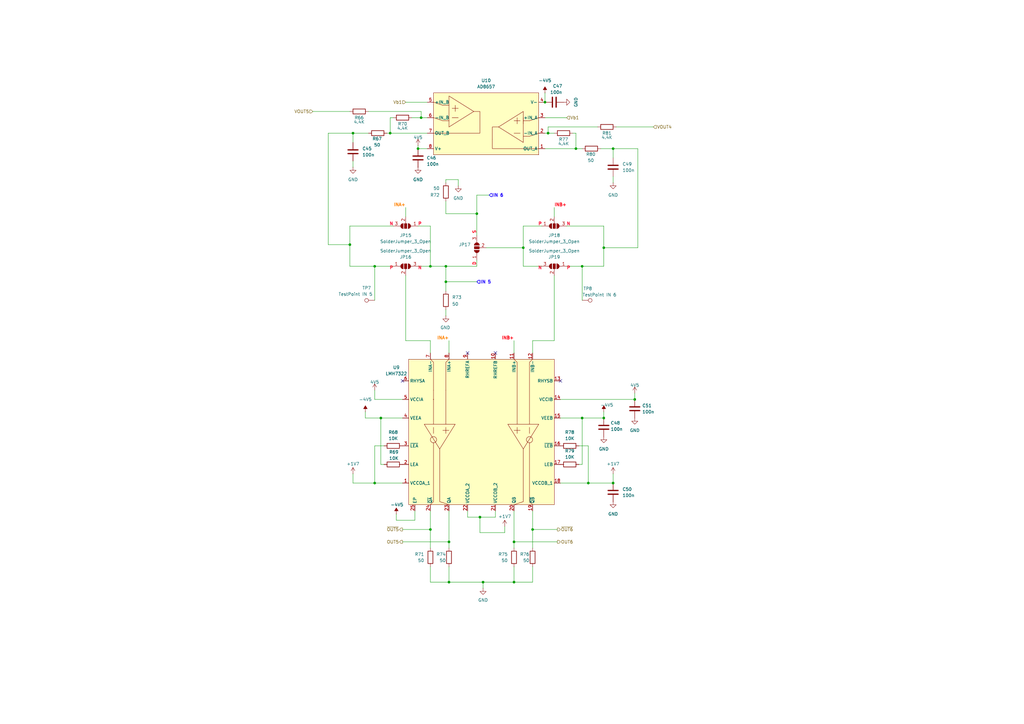
<source format=kicad_sch>
(kicad_sch (version 20231120) (generator "eeschema") (generator_version "8.0")
  (paper "A3")
  (lib_symbols
    (symbol "Connector:TestPoint" (pin_numbers hide) (pin_names (offset 0.762) hide)
      (property "Reference" "TP" (at 0 6.858 0))
      (property "Value" "TestPoint" (at 0 5.08 0))
      (symbol "TestPoint_0_1"
        (circle (center 0 3.302) (radius 0.762))
      )
      (symbol "TestPoint_1_1"
        (pin passive line (at 0 0 90) (length 2.54) (name "1") (number "1"))
      )
    )
    (symbol "Device:C" (pin_numbers hide) (pin_names (offset 0.254))
      (property "Reference" "C" (at 0.635 2.54 0))
      (property "Value" "C" (at 0.635 -2.54 0))
      (symbol "C_0_1"
        (polyline (pts (xy -2.032 -0.762) (xy 2.032 -0.762)) (stroke (width 0.508)))
        (polyline (pts (xy -2.032 0.762) (xy 2.032 0.762)) (stroke (width 0.508)))
      )
      (symbol "C_1_1"
        (pin passive line (at 0 3.81 270) (length 2.794) (name "~") (number "1"))
        (pin passive line (at 0 -3.81 90) (length 2.794) (name "~") (number "2"))
      )
    )
    (symbol "Device:R" (pin_numbers hide) (pin_names (offset 0))
      (property "Reference" "R" (at 2.032 0 90))
      (property "Value" "R" (at 0 0 90))
      (symbol "R_0_1"
        (rectangle (start -1.016 -2.54) (end 1.016 2.54) (stroke (width 0.254)))
      )
      (symbol "R_1_1"
        (pin passive line (at 0 3.81 270) (length 1.27) (name "~") (number "1"))
        (pin passive line (at 0 -3.81 90) (length 1.27) (name "~") (number "2"))
      )
    )
    (symbol "SolderJumper_3_Open_3" (pin_names (offset 0) hide) (exclude_from_sim yes) (in_bom no)
      (property "Reference" "JP" (at -2.54 -2.54 0))
      (property "Value" "SolderJumper_3_Open" (at 0 2.794 0))
      (symbol "SolderJumper_3_Open_3_0_1"
        (arc (start -1.016 1.016) (mid -2.0276 0) (end -1.016 -1.016))
        (arc (start -1.016 1.016) (mid -2.0276 0) (end -1.016 -1.016) (fill (type outline)))
        (rectangle (start -0.508 1.016) (end 0.508 -1.016) (fill (type outline)))
        (polyline (pts (xy -2.54 0) (xy -2.032 0)))
        (polyline (pts (xy -1.016 1.016) (xy -1.016 -1.016)))
        (polyline (pts (xy 0 -1.27) (xy 0 -1.016)))
        (polyline (pts (xy 1.016 1.016) (xy 1.016 -1.016)))
        (polyline (pts (xy 2.54 0) (xy 2.032 0)))
        (arc (start 1.016 -1.016) (mid 2.0276 0) (end 1.016 1.016))
        (arc (start 1.016 -1.016) (mid 2.0276 0) (end 1.016 1.016) (fill (type outline)))
      )
      (symbol "SolderJumper_3_Open_3_1_1"
        (pin passive line (at -5.08 0 0) (length 2.54) (name "A") (number "1"))
        (pin passive line (at 0 -3.81 90) (length 2.54) (name "C") (number "2"))
        (pin passive line (at 5.08 0 180) (length 2.54) (name "B") (number "3"))
      )
    )
    (symbol "power:+1V2" (power) (pin_numbers hide) (pin_names (offset 0) hide)
      (property "Value" "+1V2" (at 0 3.556 0))
      (symbol "+1V2_0_1"
        (polyline (pts (xy -0.762 1.27) (xy 0 2.54)))
        (polyline (pts (xy 0 0) (xy 0 2.54)))
        (polyline (pts (xy 0 2.54) (xy 0.762 1.27)))
      )
      (symbol "+1V2_1_1"
        (pin power_in line (at 0 0 90) (length 0) (name "~") (number "1"))
      )
    )
    (symbol "power:+8V" (power) (pin_numbers hide) (pin_names (offset 0) hide)
      (property "Value" "+8V" (at 0 3.556 0))
      (symbol "+8V_0_1"
        (polyline (pts (xy -0.762 1.27) (xy 0 2.54)))
        (polyline (pts (xy 0 0) (xy 0 2.54)))
        (polyline (pts (xy 0 2.54) (xy 0.762 1.27)))
      )
      (symbol "+8V_1_1"
        (pin power_in line (at 0 0 90) (length 0) (name "~") (number "1"))
      )
    )
    (symbol "power:-8V" (power) (pin_numbers hide) (pin_names (offset 0) hide)
      (property "Value" "-8V" (at 0 3.556 0))
      (symbol "-8V_0_0"
        (pin power_in line (at 0 0 90) (length 0) (name "~") (number "1"))
      )
      (symbol "-8V_0_1"
        (polyline (pts (xy 0 0) (xy 0 1.27) (xy 0.762 1.27) (xy 0 2.54) (xy -0.762 1.27) (xy 0 1.27)) (fill (type outline)))
      )
    )
    (symbol "power:GND" (power) (pin_numbers hide) (pin_names (offset 0) hide)
      (property "Value" "GND" (at 0 -3.81 0))
      (symbol "GND_0_1"
        (polyline (pts (xy 0 0) (xy 0 -1.27) (xy 1.27 -1.27) (xy 0 -2.54) (xy -1.27 -1.27) (xy 0 -1.27)))
      )
      (symbol "GND_1_1"
        (pin power_in line (at 0 0 270) (length 0) (name "~") (number "1"))
      )
    )
    (symbol "prova:AD8657"
      (property "Reference" "U" (at 9.906 3.556 0))
      (property "Value" "AD8657" (at 10.16 5.842 0))
      (symbol "AD8657_0_1"
        (polyline (pts (xy 12.7 17.78) (xy 12.7 20.32)))
        (polyline (pts (xy 13.97 19.05) (xy 16.51 19.05)))
        (polyline (pts (xy 13.97 24.13) (xy 16.51 24.13)))
        (polyline (pts (xy 15.24 20.32) (xy 15.24 17.78)))
        (polyline (pts (xy 16.51 19.05) (xy 16.51 19.05)))
        (polyline (pts (xy 36.83 17.78) (xy 36.83 17.78)))
        (polyline (pts (xy 39.37 13.97) (xy 41.91 13.97)))
        (polyline (pts (xy 39.37 17.78) (xy 41.91 17.78)))
        (polyline (pts (xy 40.64 15.24) (xy 40.64 12.7)))
      )
      (symbol "AD8657_1_1"
        (polyline (pts (xy 6.35 17.78) (xy 10.16 19.05)))
        (polyline (pts (xy 10.16 25.4) (xy 6.35 24.13)))
        (polyline (pts (xy 11.43 19.05) (xy 10.16 19.05)))
        (polyline (pts (xy 11.43 19.05) (xy 12.7 19.05)))
        (polyline (pts (xy 11.43 25.4) (xy 10.16 25.4)))
        (polyline (pts (xy 11.43 25.4) (xy 12.7 25.4)))
        (polyline (pts (xy 22.86 21.59) (xy 25.4 21.59) (xy 25.4 26.67)))
        (polyline (pts (xy 25.4 26.67) (xy 25.4 30.48) (xy 6.35 30.48)))
        (polyline (pts (xy 49.53 11.43) (xy 45.72 12.7) (xy 43.18 12.7)))
        (polyline (pts (xy 49.53 17.78) (xy 45.72 19.05) (xy 43.18 19.05)))
        (polyline (pts (xy 12.7 15.24) (xy 12.7 27.94) (xy 22.86 21.59) (xy 12.7 15.24)))
        (polyline (pts (xy 33.02 15.24) (xy 30.48 15.24) (xy 30.48 24.13) (xy 49.53 24.13)))
        (polyline (pts (xy 43.18 21.59) (xy 43.18 8.89) (xy 33.02 15.24) (xy 43.18 21.59)))
        (rectangle (start 6.35 33.02) (end 49.53 7.62) (fill (type background)))
        (pin output line (at 3.81 30.48 0) (length 2.54) (name "OUT_A") (number "1"))
        (pin input line (at 3.81 24.13 0) (length 2.54) (name "-IN_A") (number "2"))
        (pin input line (at 3.81 17.78 0) (length 2.54) (name "+IN_A") (number "3"))
        (pin input line (at 3.81 11.43 0) (length 2.54) (name "V-") (number "4"))
        (pin input line (at 52.07 11.43 180) (length 2.54) (name "+IN_B") (number "5"))
        (pin input line (at 52.07 17.78 180) (length 2.54) (name "-IN_B") (number "6"))
        (pin input line (at 52.07 24.13 180) (length 2.54) (name "OUT_B") (number "7"))
        (pin input line (at 52.07 30.48 180) (length 2.54) (name "V+") (number "8"))
      )
    )
    (symbol "prova:LMH7322"
      (property "Reference" "U" (at 11.684 8.89 0))
      (property "Value" "LMH7322" (at 20.32 16.51 0))
      (symbol "LMH7322_0_1"
        (circle (center -8.89 -5.08) (radius 0.0001))
        (circle (center -8.89 11.43) (radius 1.27))
        (polyline (pts (xy -8.89 -8.89) (xy -8.89 5.08)))
        (polyline (pts (xy -8.89 8.89) (xy -8.89 6.35)))
        (polyline (pts (xy -3.81 -8.89) (xy -3.81 5.08)))
        (polyline (pts (xy -3.81 8.89) (xy -3.81 6.35)))
        (polyline (pts (xy -2.54 7.62) (xy -5.08 7.62)))
        (polyline (pts (xy 25.4 8.89) (xy 25.4 6.35)))
        (polyline (pts (xy 26.67 7.62) (xy 24.13 7.62)))
        (polyline (pts (xy 30.48 -2.54) (xy 30.48 -2.54)))
        (polyline (pts (xy 30.48 8.89) (xy 30.48 6.35)))
        (polyline (pts (xy -8.89 -8.89) (xy -8.89 -20.32) (xy -10.16 -21.59)))
        (polyline (pts (xy -8.89 12.7) (xy -8.89 36.83) (xy -10.16 38.1)))
        (polyline (pts (xy -6.35 15.24) (xy -6.35 36.83) (xy -2.54 38.1)))
        (polyline (pts (xy -3.81 -8.89) (xy -3.81 -20.32) (xy -2.54 -21.59)))
        (polyline (pts (xy 27.94 15.24) (xy 27.94 36.83) (xy 24.13 38.1)))
        (polyline (pts (xy 30.48 12.7) (xy 30.48 36.83) (xy 31.75 38.1)))
        (circle (center 30.48 11.43) (radius 1.27))
      )
      (symbol "LMH7322_1_1"
        (rectangle (start -19.05 38.1) (end 40.64 -21.59) (fill (type background)))
        (polyline (pts (xy 0 5.08) (xy -12.7 5.08) (xy -6.35 15.24) (xy 0 5.08)))
        (polyline (pts (xy 24.13 -21.59) (xy 25.4 -20.32) (xy 25.4 -16.51) (xy 25.4 5.08)) (fill (type background)))
        (polyline (pts (xy 30.48 5.08) (xy 30.48 -16.51) (xy 30.48 -20.32) (xy 31.75 -21.59)) (fill (type background)))
        (polyline (pts (xy 34.29 5.08) (xy 21.59 5.08) (xy 27.94 15.24) (xy 34.29 5.08)) (fill (type background)))
        (pin input line (at -21.59 29.21 0) (length 2.54) (name "VCCOA_1") (number "1"))
        (pin input line (at 16.51 -24.13 90) (length 2.54) (name "RHREFB") (number "10"))
        (pin input line (at 24.13 -24.13 90) (length 2.54) (name "INB+") (number "11"))
        (pin input line (at 31.75 -24.13 90) (length 2.54) (name "INB-") (number "12"))
        (pin input line (at 43.18 -12.7 180) (length 2.54) (name "RHYSB") (number "13"))
        (pin input line (at 43.18 -5.08 180) (length 2.54) (name "VCCIB") (number "14"))
        (pin input line (at 43.18 2.54 180) (length 2.54) (name "VEEB") (number "15"))
        (pin input line (at 43.18 13.97 180) (length 2.54) (name "~{LEB}") (number "16"))
        (pin input line (at 43.18 21.59 180) (length 2.54) (name "LEB") (number "17"))
        (pin input line (at 43.18 29.21 180) (length 2.54) (name "VCCOB_1") (number "18"))
        (pin output line (at 31.75 40.64 270) (length 2.54) (name "~{QB}") (number "19"))
        (pin input line (at -21.59 21.59 0) (length 2.54) (name "LEA") (number "2"))
        (pin output line (at 24.13 40.64 270) (length 2.54) (name "QB") (number "20"))
        (pin input line (at 16.51 40.64 270) (length 2.54) (name "VCCOB_2") (number "21"))
        (pin input line (at 5.08 40.64 270) (length 2.54) (name "VCCOA_2") (number "22"))
        (pin output line (at -2.54 40.64 270) (length 2.54) (name "QA") (number "23"))
        (pin output line (at -10.16 40.64 270) (length 2.54) (name "~{QA}") (number "24"))
        (pin passive line (at -16.51 40.64 270) (length 2.54) (name "EP") (number "25"))
        (pin input line (at -21.59 13.97 0) (length 2.54) (name "~{LEA}") (number "3"))
        (pin input line (at -21.59 2.54 0) (length 2.54) (name "VEEA") (number "4"))
        (pin input line (at -21.59 -5.08 0) (length 2.54) (name "VCCIA") (number "5"))
        (pin input line (at -21.59 -12.7 0) (length 2.54) (name "RHYSA") (number "6"))
        (pin input line (at -10.16 -24.13 90) (length 2.54) (name "INA-") (number "7"))
        (pin input line (at -2.54 -24.13 90) (length 2.54) (name "INA+") (number "8"))
        (pin input line (at 5.08 -24.13 90) (length 2.54) (name "RHREFA") (number "9"))
      )
    )
  )
  (junction (at 210.82 222.25))
  (junction (at 160.02 54.61))
  (junction (at 143.51 100.33))
  (junction (at 198.12 238.76))
  (junction (at 241.3 198.12))
  (junction (at 247.65 171.45))
  (junction (at 196.85 212.09))
  (junction (at 210.82 238.76))
  (junction (at 251.46 60.96))
  (junction (at 176.53 217.17))
  (junction (at 218.44 217.17))
  (junction (at 214.63 101.6))
  (junction (at 184.15 238.76))
  (junction (at 238.76 171.45))
  (junction (at 144.78 54.61))
  (junction (at 251.46 198.12))
  (junction (at 224.79 54.61))
  (junction (at 236.22 60.96))
  (junction (at 247.65 101.6))
  (junction (at 176.53 109.22))
  (junction (at 182.88 109.22))
  (junction (at 182.88 115.57))
  (junction (at 184.15 222.25))
  (junction (at 156.21 171.45))
  (junction (at 195.58 87.63))
  (junction (at 171.45 60.96))
  (junction (at 223.52 41.91))
  (junction (at 238.76 109.22))
  (junction (at 153.67 198.12))
  (junction (at 172.72 48.26))
  (junction (at 260.35 163.83))
  (junction (at 153.67 109.22))
  (no_connect (at 165.1 156.21))
  (no_connect (at 191.77 144.78))
  (no_connect (at 229.87 156.21))
  (no_connect (at 203.2 144.78))
  (wire (pts (xy 247.65 92.71) (xy 247.65 101.6)))
  (wire (pts (xy 237.49 182.88) (xy 241.3 182.88)))
  (wire (pts (xy 247.65 171.45) (xy 238.76 171.45)))
  (wire (pts (xy 184.15 222.25) (xy 184.15 224.79)))
  (wire (pts (xy 182.88 127) (xy 182.88 129.54)))
  (wire (pts (xy 182.88 115.57) (xy 195.58 115.57)))
  (wire (pts (xy 228.6 217.17) (xy 218.44 217.17)))
  (wire (pts (xy 165.1 198.12) (xy 153.67 198.12)))
  (wire (pts (xy 229.87 163.83) (xy 260.35 163.83)))
  (wire (pts (xy 184.15 222.25) (xy 165.1 222.25)))
  (wire (pts (xy 158.75 54.61) (xy 160.02 54.61)))
  (wire (pts (xy 191.77 212.09) (xy 191.77 209.55)))
  (wire (pts (xy 251.46 198.12) (xy 251.46 194.31)))
  (wire (pts (xy 182.88 119.38) (xy 182.88 115.57)))
  (wire (pts (xy 228.6 222.25) (xy 210.82 222.25)))
  (wire (pts (xy 218.44 238.76) (xy 210.82 238.76)))
  (wire (pts (xy 195.58 109.22) (xy 182.88 109.22)))
  (wire (pts (xy 203.2 212.09) (xy 203.2 209.55)))
  (wire (pts (xy 241.3 198.12) (xy 229.87 198.12)))
  (wire (pts (xy 153.67 160.02) (xy 153.67 163.83)))
  (wire (pts (xy 182.88 73.66) (xy 187.96 73.66)))
  (wire (pts (xy 214.63 92.71) (xy 214.63 101.6)))
  (wire (pts (xy 210.82 222.25) (xy 210.82 224.79)))
  (wire (pts (xy 251.46 198.12) (xy 241.3 198.12)))
  (wire (pts (xy 176.53 209.55) (xy 176.53 217.17)))
  (wire (pts (xy 236.22 54.61) (xy 236.22 60.96)))
  (wire (pts (xy 176.53 139.7) (xy 166.37 139.7)))
  (wire (pts (xy 184.15 209.55) (xy 184.15 222.25)))
  (wire (pts (xy 156.21 190.5) (xy 156.21 171.45)))
  (wire (pts (xy 153.67 198.12) (xy 144.78 198.12)))
  (wire (pts (xy 191.77 212.09) (xy 196.85 212.09)))
  (wire (pts (xy 156.21 171.45) (xy 149.86 171.45)))
  (wire (pts (xy 260.35 161.29) (xy 260.35 163.83)))
  (wire (pts (xy 143.51 109.22) (xy 153.67 109.22)))
  (wire (pts (xy 176.53 109.22) (xy 171.45 109.22)))
  (wire (pts (xy 218.44 217.17) (xy 218.44 224.79)))
  (wire (pts (xy 153.67 109.22) (xy 161.29 109.22)))
  (wire (pts (xy 238.76 109.22) (xy 247.65 109.22)))
  (wire (pts (xy 218.44 232.41) (xy 218.44 238.76)))
  (wire (pts (xy 195.58 80.01) (xy 195.58 87.63)))
  (wire (pts (xy 232.41 92.71) (xy 247.65 92.71)))
  (wire (pts (xy 251.46 64.77) (xy 251.46 60.96)))
  (wire (pts (xy 223.52 60.96) (xy 236.22 60.96)))
  (wire (pts (xy 134.62 100.33) (xy 134.62 54.61)))
  (wire (pts (xy 182.88 82.55) (xy 182.88 87.63)))
  (wire (pts (xy 218.44 144.78) (xy 218.44 139.7)))
  (wire (pts (xy 144.78 58.42) (xy 144.78 54.61)))
  (wire (pts (xy 224.79 54.61) (xy 227.33 54.61)))
  (wire (pts (xy 198.12 238.76) (xy 198.12 241.3)))
  (wire (pts (xy 176.53 92.71) (xy 176.53 109.22)))
  (wire (pts (xy 134.62 54.61) (xy 144.78 54.61)))
  (wire (pts (xy 222.25 92.71) (xy 214.63 92.71)))
  (wire (pts (xy 224.79 52.07) (xy 245.11 52.07)))
  (wire (pts (xy 128.27 45.72) (xy 143.51 45.72)))
  (wire (pts (xy 160.02 54.61) (xy 160.02 48.26)))
  (wire (pts (xy 237.49 190.5) (xy 238.76 190.5)))
  (wire (pts (xy 214.63 101.6) (xy 214.63 109.22)))
  (wire (pts (xy 149.86 168.91) (xy 149.86 171.45)))
  (wire (pts (xy 162.56 210.82) (xy 162.56 213.36)))
  (wire (pts (xy 143.51 92.71) (xy 143.51 100.33)))
  (wire (pts (xy 144.78 194.31) (xy 144.78 198.12)))
  (wire (pts (xy 153.67 182.88) (xy 157.48 182.88)))
  (wire (pts (xy 246.38 60.96) (xy 251.46 60.96)))
  (wire (pts (xy 224.79 54.61) (xy 223.52 54.61)))
  (wire (pts (xy 196.85 218.44) (xy 207.01 218.44)))
  (wire (pts (xy 267.97 52.07) (xy 252.73 52.07)))
  (wire (pts (xy 176.53 217.17) (xy 176.53 224.79)))
  (wire (pts (xy 207.01 215.9) (xy 207.01 218.44)))
  (wire (pts (xy 176.53 144.78) (xy 176.53 139.7)))
  (wire (pts (xy 184.15 139.7) (xy 184.15 144.78)))
  (wire (pts (xy 261.62 60.96) (xy 251.46 60.96)))
  (wire (pts (xy 247.65 101.6) (xy 261.62 101.6)))
  (wire (pts (xy 166.37 85.09) (xy 166.37 88.9)))
  (wire (pts (xy 199.39 101.6) (xy 214.63 101.6)))
  (wire (pts (xy 153.67 109.22) (xy 153.67 123.19)))
  (wire (pts (xy 165.1 171.45) (xy 156.21 171.45)))
  (wire (pts (xy 153.67 163.83) (xy 165.1 163.83)))
  (wire (pts (xy 171.45 92.71) (xy 176.53 92.71)))
  (wire (pts (xy 195.58 87.63) (xy 195.58 96.52)))
  (wire (pts (xy 143.51 100.33) (xy 134.62 100.33)))
  (wire (pts (xy 210.82 209.55) (xy 210.82 222.25)))
  (wire (pts (xy 143.51 100.33) (xy 143.51 109.22)))
  (wire (pts (xy 166.37 41.91) (xy 175.26 41.91)))
  (wire (pts (xy 153.67 182.88) (xy 153.67 198.12)))
  (wire (pts (xy 196.85 212.09) (xy 196.85 218.44)))
  (wire (pts (xy 210.82 232.41) (xy 210.82 238.76)))
  (wire (pts (xy 224.79 54.61) (xy 224.79 52.07)))
  (wire (pts (xy 214.63 109.22) (xy 222.25 109.22)))
  (wire (pts (xy 241.3 182.88) (xy 241.3 198.12)))
  (wire (pts (xy 236.22 60.96) (xy 238.76 60.96)))
  (wire (pts (xy 196.85 212.09) (xy 203.2 212.09)))
  (wire (pts (xy 182.88 87.63) (xy 195.58 87.63)))
  (wire (pts (xy 232.41 109.22) (xy 238.76 109.22)))
  (wire (pts (xy 172.72 48.26) (xy 172.72 45.72)))
  (wire (pts (xy 227.33 85.09) (xy 227.33 88.9)))
  (wire (pts (xy 195.58 80.01) (xy 200.66 80.01)))
  (wire (pts (xy 144.78 66.04) (xy 144.78 68.58)))
  (wire (pts (xy 227.33 113.03) (xy 227.33 139.7)))
  (wire (pts (xy 170.18 213.36) (xy 162.56 213.36)))
  (wire (pts (xy 182.88 73.66) (xy 182.88 74.93)))
  (wire (pts (xy 170.18 209.55) (xy 170.18 213.36)))
  (wire (pts (xy 261.62 101.6) (xy 261.62 60.96)))
  (wire (pts (xy 157.48 190.5) (xy 156.21 190.5)))
  (wire (pts (xy 176.53 217.17) (xy 165.1 217.17)))
  (wire (pts (xy 182.88 109.22) (xy 176.53 109.22)))
  (wire (pts (xy 223.52 38.1) (xy 223.52 41.91)))
  (wire (pts (xy 234.95 54.61) (xy 236.22 54.61)))
  (wire (pts (xy 247.65 168.91) (xy 247.65 171.45)))
  (wire (pts (xy 195.58 106.68) (xy 195.58 109.22)))
  (wire (pts (xy 184.15 238.76) (xy 176.53 238.76)))
  (wire (pts (xy 166.37 113.03) (xy 166.37 139.7)))
  (wire (pts (xy 247.65 101.6) (xy 247.65 109.22)))
  (wire (pts (xy 187.96 73.66) (xy 187.96 76.2)))
  (wire (pts (xy 176.53 232.41) (xy 176.53 238.76)))
  (wire (pts (xy 168.91 48.26) (xy 172.72 48.26)))
  (wire (pts (xy 175.26 60.96) (xy 171.45 60.96)))
  (wire (pts (xy 229.87 171.45) (xy 238.76 171.45)))
  (wire (pts (xy 198.12 238.76) (xy 184.15 238.76)))
  (wire (pts (xy 210.82 238.76) (xy 198.12 238.76)))
  (wire (pts (xy 160.02 54.61) (xy 175.26 54.61)))
  (wire (pts (xy 151.13 45.72) (xy 172.72 45.72)))
  (wire (pts (xy 238.76 109.22) (xy 238.76 123.19)))
  (wire (pts (xy 184.15 232.41) (xy 184.15 238.76)))
  (wire (pts (xy 218.44 209.55) (xy 218.44 217.17)))
  (wire (pts (xy 144.78 54.61) (xy 151.13 54.61)))
  (wire (pts (xy 238.76 190.5) (xy 238.76 171.45)))
  (wire (pts (xy 251.46 72.39) (xy 251.46 74.93)))
  (wire (pts (xy 223.52 48.26) (xy 232.41 48.26)))
  (wire (pts (xy 143.51 92.71) (xy 161.29 92.71)))
  (wire (pts (xy 171.45 59.69) (xy 171.45 60.96)))
  (wire (pts (xy 172.72 48.26) (xy 175.26 48.26)))
  (wire (pts (xy 218.44 139.7) (xy 227.33 139.7)))
  (wire (pts (xy 210.82 139.7) (xy 210.82 144.78)))
  (wire (pts (xy 182.88 109.22) (xy 182.88 115.57)))
  (wire (pts (xy 160.02 48.26) (xy 161.29 48.26)))
  (text "N" (at 233.172 91.948 0) (effects (font (size 1.27 1.27) (thickness 0.254) (bold yes))))
  (text "P\n" (at 233.172 109.982 0) (effects (font (size 1.27 1.27) (thickness 0.254) (bold yes))))
  (text "S" (at 194.564 95.25 90) (effects (font (size 1.27 1.27) (thickness 0.254) (bold yes))))
  (text "P\n" (at 172.212 91.948 0) (effects (font (size 1.27 1.27) (thickness 0.254) (bold yes))))
  (text "P\n" (at 221.488 91.948 0) (effects (font (size 1.27 1.27) (thickness 0.254) (bold yes))))
  (text "N" (at 172.212 109.982 0) (effects (font (size 1.27 1.27) (thickness 0.254) (bold yes))))
  (text "N" (at 160.528 91.948 0) (effects (font (size 1.27 1.27) (thickness 0.254) (bold yes))))
  (text "D" (at 194.564 108.204 90) (effects (font (size 1.27 1.27) (thickness 0.254) (bold yes))))
  (text "P\n" (at 160.528 109.982 0) (effects (font (size 1.27 1.27) (thickness 0.254) (bold yes))))
  (text "N" (at 221.488 109.982 0) (effects (font (size 1.27 1.27) (thickness 0.254) (bold yes))))
  (label "INA+" (at 166.37 85.09 180) (effects (font (thickness 0.254) (bold yes))))
  (label "INA+" (at 184.15 139.7 180) (effects (font (thickness 0.254) (bold yes))))
  (label "INB+" (at 227.33 85.09 0) (effects (font (thickness 0.254) (bold yes))))
  (label "INB+" (at 210.82 139.7 180) (effects (font (thickness 0.254) (bold yes))))
  (hierarchical_label "~{OUT6}" (shape output) (at 228.6 217.17 0))
  (hierarchical_label "Vb1" (shape input) (at 232.41 48.26 0))
  (hierarchical_label "IN 6" (shape input) (at 200.66 80.01 0) (effects (font (thickness 0.254) (bold yes))))
  (hierarchical_label "OUT6" (shape output) (at 228.6 222.25 0))
  (hierarchical_label "VOUT5" (shape input) (at 128.27 45.72 180))
  (hierarchical_label "IN 5" (shape input) (at 195.58 115.57 0) (effects (font (thickness 0.254) (bold yes))))
  (hierarchical_label "OUT5" (shape output) (at 165.1 222.25 180))
  (hierarchical_label "Vb1" (shape input) (at 166.37 41.91 180))
  (hierarchical_label "~{OUT5}" (shape output) (at 165.1 217.17 180))
  (hierarchical_label "VOUT4" (shape input) (at 267.97 52.07 0))
  (symbol (lib_id "Device:C") (at 251.46 201.93 0) (unit 1)
    (property "Reference" "C50" (at 255.27 200.6599 0) (effects (justify left)))
    (property "Value" "100n" (at 255.27 203.1999 0) (effects (justify left)))
    (property "Footprint" "Capacitor_SMD:C_0603_1608Metric_Pad1.08x0.95mm_HandSolder" (effects (hide yes)))
    (property "Description" "Unpolarized capacitor" (effects (hide yes)))
  )
  (symbol (lib_id "prova:AD8657") (at 227.33 30.48 180) (unit 1)
    (property "Reference" "U10" (at 199.39 33.02 0))
    (property "Value" "AD8657" (at 199.39 35.56 0))
    (property "Footprint" "SamacSys_Parts:SOP65P490X110-8N" (effects (hide yes)))
  )
  (symbol (lib_id "Device:R") (at 233.68 182.88 270) (mirror x) (unit 1)
    (property "Reference" "R78" (at 233.68 177.292 90))
    (property "Value" "10K" (at 233.68 179.832 90))
    (property "Footprint" "Resistor_SMD:R_0603_1608Metric_Pad0.98x0.95mm_HandSolder" (effects (hide yes)))
    (property "Description" "Resistor" (effects (hide yes)))
  )
  (symbol (lib_id "power:-8V") (at 223.52 38.1 0) (unit 1)
    (property "Reference" "#PWR0118" (effects (hide yes)))
    (property "Value" "-4V5" (at 223.52 33.02 0))
    (property "Description" "Power symbol creates a global label with name \"-8V\"" (effects (hide yes)))
  )
  (symbol (lib_id "power:+8V") (at 260.35 161.29 0) (mirror y) (unit 1)
    (property "Reference" "#PWR0120" (effects (hide yes)))
    (property "Value" "4V5" (at 260.35 157.988 0))
    (property "Description" "Power symbol creates a global label with name \"+8V\"" (effects (hide yes)))
  )
  (symbol (lib_name "SolderJumper_3_Open_3") (lib_id "Jumper:SolderJumper_3_Open") (at 166.37 92.71 180) (unit 1) (exclude_from_sim yes) (in_bom no)
    (property "Reference" "JP15" (at 166.37 96.52 0))
    (property "Value" "SolderJumper_3_Open" (at 166.37 99.06 0))
    (property "Footprint" "Jumper:SolderJumper-3_P1.3mm_Open_RoundedPad1.0x1.5mm_NumberLabels" (effects (hide yes)))
    (property "Description" "Solder Jumper, 3-pole, open" (effects (hide yes)))
  )
  (symbol (lib_id "Device:R") (at 184.15 228.6 0) (mirror y) (unit 1)
    (property "Reference" "R74" (at 182.88 227.33 0) (effects (justify left)))
    (property "Value" "50" (at 182.88 229.87 0) (effects (justify left)))
    (property "Footprint" "Resistor_SMD:R_0603_1608Metric_Pad0.98x0.95mm_HandSolder" (effects (hide yes)))
    (property "Description" "Resistor" (effects (hide yes)))
  )
  (symbol (lib_id "power:GND") (at 247.65 179.07 0) (unit 1)
    (property "Reference" "#PWR0122" (effects (hide yes)))
    (property "Value" "GND" (at 247.65 184.15 0))
    (property "Description" "Power symbol creates a global label with name \"GND\" , ground" (effects (hide yes)))
  )
  (symbol (lib_id "Device:R") (at 176.53 228.6 0) (mirror y) (unit 1)
    (property "Reference" "R71" (at 173.99 227.3299 0) (effects (justify left)))
    (property "Value" "50" (at 173.99 229.8699 0) (effects (justify left)))
    (property "Footprint" "Resistor_SMD:R_0603_1608Metric_Pad0.98x0.95mm_HandSolder" (effects (hide yes)))
    (property "Description" "Resistor" (effects (hide yes)))
  )
  (symbol (lib_id "power:-8V") (at 149.86 168.91 0) (mirror y) (unit 1)
    (property "Reference" "#PWR0109" (effects (hide yes)))
    (property "Value" "-4V5" (at 149.86 163.83 0))
    (property "Description" "Power symbol creates a global label with name \"-8V\"" (effects (hide yes)))
  )
  (symbol (lib_name "SolderJumper_3_Open_3") (lib_id "Jumper:SolderJumper_3_Open") (at 195.58 101.6 90) (unit 1) (exclude_from_sim yes) (in_bom no)
    (property "Reference" "JP17" (at 193.04 100.3299 90) (effects (justify left)))
    (property "Value" "SolderJumper_3_Open" (effects (hide yes)))
    (property "Footprint" "Jumper:SolderJumper-3_P1.3mm_Open_RoundedPad1.0x1.5mm_NumberLabels" (effects (hide yes)))
    (property "Description" "Solder Jumper, 3-pole, open" (effects (hide yes)))
  )
  (symbol (lib_id "power:GND") (at 182.88 129.54 0) (unit 1)
    (property "Reference" "#PWR0114" (effects (hide yes)))
    (property "Value" "GND" (at 182.626 134.366 0))
    (property "Description" "Power symbol creates a global label with name \"GND\" , ground" (effects (hide yes)))
  )
  (symbol (lib_id "power:GND") (at 260.35 171.45 0) (unit 1)
    (property "Reference" "#PWR0126" (effects (hide yes)))
    (property "Value" "GND" (at 260.35 176.53 0))
    (property "Description" "Power symbol creates a global label with name \"GND\" , ground" (effects (hide yes)))
  )
  (symbol (lib_id "Device:R") (at 147.32 45.72 270) (unit 1)
    (property "Reference" "R66" (at 147.32 48.26 90))
    (property "Value" "4.4K" (at 147.32 50.038 90))
    (property "Footprint" "Resistor_SMD:R_0603_1608Metric_Pad0.98x0.95mm_HandSolder" (effects (hide yes)))
    (property "Description" "Resistor" (effects (hide yes)))
  )
  (symbol (lib_id "power:+1V2") (at 144.78 194.31 0) (mirror y) (unit 1)
    (property "Reference" "#PWR0108" (effects (hide yes)))
    (property "Value" "+1V7" (at 144.78 190.246 0))
    (property "Description" "Power symbol creates a global label with name \"+1V2\"" (effects (hide yes)))
  )
  (symbol (lib_id "power:+1V2") (at 251.46 194.31 0) (mirror y) (unit 1)
    (property "Reference" "#PWR0124" (effects (hide yes)))
    (property "Value" "+1V7" (at 251.46 190.246 0))
    (property "Description" "Power symbol creates a global label with name \"+1V2\"" (effects (hide yes)))
  )
  (symbol (lib_id "Device:R") (at 182.88 123.19 180) (unit 1)
    (property "Reference" "R73" (at 185.42 121.9199 0) (effects (justify right)))
    (property "Value" "50" (at 185.42 124.714 0) (effects (justify right)))
    (property "Footprint" "Resistor_SMD:R_0603_1608Metric_Pad0.98x0.95mm_HandSolder" (effects (hide yes)))
    (property "Description" "Resistor" (effects (hide yes)))
  )
  (symbol (lib_id "power:-8V") (at 247.65 168.91 0) (mirror y) (unit 1)
    (property "Reference" "#PWR0121" (effects (hide yes)))
    (property "Value" "-4V5" (at 248.92 166.116 0))
    (property "Description" "Power symbol creates a global label with name \"-8V\"" (effects (hide yes)))
  )
  (symbol (lib_id "power:+8V") (at 171.45 59.69 0) (unit 1)
    (property "Reference" "#PWR0112" (effects (hide yes)))
    (property "Value" "4V5" (at 171.45 56.388 0))
    (property "Description" "Power symbol creates a global label with name \"+8V\"" (effects (hide yes)))
  )
  (symbol (lib_id "Connector:TestPoint") (at 153.67 123.19 90) (unit 1)
    (property "Reference" "TP7" (at 150.368 118.11 90))
    (property "Value" "TestPoint IN 5" (at 145.796 120.65 90))
    (property "Footprint" "TestPoint:TestPoint_Pad_D1.0mm" (effects (hide yes)))
    (property "Description" "test point" (effects (hide yes)))
  )
  (symbol (lib_id "Device:R") (at 182.88 78.74 0) (unit 1)
    (property "Reference" "R72" (at 180.34 80.0101 0) (effects (justify right)))
    (property "Value" "50" (at 180.34 77.216 0) (effects (justify right)))
    (property "Footprint" "Resistor_SMD:R_0603_1608Metric_Pad0.98x0.95mm_HandSolder" (effects (hide yes)))
    (property "Description" "Resistor" (effects (hide yes)))
  )
  (symbol (lib_id "power:GND") (at 251.46 205.74 0) (unit 1)
    (property "Reference" "#PWR0125" (effects (hide yes)))
    (property "Value" "GND" (at 251.46 210.82 0))
    (property "Description" "Power symbol creates a global label with name \"GND\" , ground" (effects (hide yes)))
  )
  (symbol (lib_id "power:+8V") (at 153.67 160.02 0) (mirror y) (unit 1)
    (property "Reference" "#PWR0110" (effects (hide yes)))
    (property "Value" "4V5" (at 153.67 156.718 0))
    (property "Description" "Power symbol creates a global label with name \"+8V\"" (effects (hide yes)))
  )
  (symbol (lib_id "Device:C") (at 247.65 175.26 0) (unit 1)
    (property "Reference" "C48" (at 250.444 173.482 0) (effects (justify left)))
    (property "Value" "100n" (at 250.444 176.022 0) (effects (justify left)))
    (property "Footprint" "Capacitor_SMD:C_0603_1608Metric_Pad1.08x0.95mm_HandSolder" (effects (hide yes)))
    (property "Description" "Unpolarized capacitor" (effects (hide yes)))
  )
  (symbol (lib_id "power:GND") (at 187.96 76.2 0) (unit 1)
    (property "Reference" "#PWR0115" (effects (hide yes)))
    (property "Value" "GND" (at 187.96 81.28 0))
    (property "Description" "Power symbol creates a global label with name \"GND\" , ground" (effects (hide yes)))
  )
  (symbol (lib_id "Device:R") (at 248.92 52.07 270) (unit 1)
    (property "Reference" "R81" (at 248.92 54.61 90))
    (property "Value" "4.4K" (at 248.92 56.388 90))
    (property "Footprint" "Resistor_SMD:R_0603_1608Metric_Pad0.98x0.95mm_HandSolder" (effects (hide yes)))
    (property "Description" "Resistor" (effects (hide yes)))
  )
  (symbol (lib_id "Device:C") (at 251.46 68.58 0) (unit 1)
    (property "Reference" "C49" (at 255.27 67.3099 0) (effects (justify left)))
    (property "Value" "100n" (at 255.27 69.8499 0) (effects (justify left)))
    (property "Footprint" "Capacitor_SMD:C_0603_1608Metric_Pad1.08x0.95mm_HandSolder" (effects (hide yes)))
    (property "Description" "Unpolarized capacitor" (effects (hide yes)))
  )
  (symbol (lib_id "Connector:TestPoint") (at 238.76 123.19 270) (unit 1)
    (property "Reference" "TP8" (at 241.046 118.364 90))
    (property "Value" "TestPoint IN 6" (at 245.872 120.904 90))
    (property "Footprint" "TestPoint:TestPoint_Pad_D1.0mm" (effects (hide yes)))
    (property "Description" "test point" (effects (hide yes)))
  )
  (symbol (lib_id "power:-8V") (at 162.56 210.82 0) (mirror y) (unit 1)
    (property "Reference" "#PWR091" (effects (hide yes)))
    (property "Value" "-4V5" (at 162.814 207.01 0))
    (property "Description" "Power symbol creates a global label with name \"-8V\"" (effects (hide yes)))
  )
  (symbol (lib_id "Device:R") (at 218.44 228.6 0) (mirror y) (unit 1)
    (property "Reference" "R76" (at 217.17 227.33 0) (effects (justify left)))
    (property "Value" "50" (at 217.17 229.87 0) (effects (justify left)))
    (property "Footprint" "Resistor_SMD:R_0603_1608Metric_Pad0.98x0.95mm_HandSolder" (effects (hide yes)))
    (property "Description" "Resistor" (effects (hide yes)))
  )
  (symbol (lib_id "Device:C") (at 171.45 64.77 0) (unit 1)
    (property "Reference" "C46" (at 175.006 64.77 0) (effects (justify left)))
    (property "Value" "100n" (at 175.006 67.31 0) (effects (justify left)))
    (property "Footprint" "Capacitor_SMD:C_0603_1608Metric_Pad1.08x0.95mm_HandSolder" (effects (hide yes)))
    (property "Description" "Unpolarized capacitor" (effects (hide yes)))
  )
  (symbol (lib_id "power:GND") (at 231.14 41.91 90) (unit 1)
    (property "Reference" "#PWR0119" (effects (hide yes)))
    (property "Value" "GND" (at 236.22 41.91 0))
    (property "Description" "Power symbol creates a global label with name \"GND\" , ground" (effects (hide yes)))
  )
  (symbol (lib_id "Device:C") (at 227.33 41.91 90) (unit 1)
    (property "Reference" "C47" (at 230.632 35.306 90) (effects (justify left)))
    (property "Value" "100n" (at 230.632 37.846 90) (effects (justify left)))
    (property "Footprint" "Capacitor_SMD:C_0603_1608Metric_Pad1.08x0.95mm_HandSolder" (effects (hide yes)))
    (property "Description" "Unpolarized capacitor" (effects (hide yes)))
  )
  (symbol (lib_id "power:GND") (at 144.78 68.58 0) (unit 1)
    (property "Reference" "#PWR0107" (effects (hide yes)))
    (property "Value" "GND" (at 144.78 73.66 0))
    (property "Description" "Power symbol creates a global label with name \"GND\" , ground" (effects (hide yes)))
  )
  (symbol (lib_name "SolderJumper_3_Open_3") (lib_id "Jumper:SolderJumper_3_Open") (at 166.37 109.22 0) (unit 1) (exclude_from_sim yes) (in_bom no)
    (property "Reference" "JP16" (at 166.37 105.41 0))
    (property "Value" "SolderJumper_3_Open" (at 166.37 102.87 0))
    (property "Footprint" "Jumper:SolderJumper-3_P1.3mm_Open_RoundedPad1.0x1.5mm_NumberLabels" (effects (hide yes)))
    (property "Description" "Solder Jumper, 3-pole, open" (effects (hide yes)))
  )
  (symbol (lib_name "SolderJumper_3_Open_3") (lib_id "Jumper:SolderJumper_3_Open") (at 227.33 109.22 0) (mirror y) (unit 1) (exclude_from_sim yes) (in_bom no)
    (property "Reference" "JP19" (at 227.33 105.41 0))
    (property "Value" "SolderJumper_3_Open" (at 227.33 102.87 0))
    (property "Footprint" "Jumper:SolderJumper-3_P1.3mm_Open_RoundedPad1.0x1.5mm_NumberLabels" (effects (hide yes)))
    (property "Description" "Solder Jumper, 3-pole, open" (effects (hide yes)))
  )
  (symbol (lib_id "Device:R") (at 233.68 190.5 270) (mirror x) (unit 1)
    (property "Reference" "R79" (at 233.68 184.912 90))
    (property "Value" "10K" (at 233.68 187.452 90))
    (property "Footprint" "Resistor_SMD:R_0603_1608Metric_Pad0.98x0.95mm_HandSolder" (effects (hide yes)))
    (property "Description" "Resistor" (effects (hide yes)))
  )
  (symbol (lib_id "Device:R") (at 165.1 48.26 270) (unit 1)
    (property "Reference" "R70" (at 165.1 50.8 90))
    (property "Value" "4.4K" (at 165.1 52.578 90))
    (property "Footprint" "Resistor_SMD:R_0603_1608Metric_Pad0.98x0.95mm_HandSolder" (effects (hide yes)))
    (property "Description" "Resistor" (effects (hide yes)))
  )
  (symbol (lib_id "Device:R") (at 242.57 60.96 90) (unit 1)
    (property "Reference" "R80" (at 242.316 63.246 90))
    (property "Value" "50" (at 242.316 65.786 90))
    (property "Footprint" "Resistor_SMD:R_0603_1608Metric_Pad0.98x0.95mm_HandSolder" (effects (hide yes)))
    (property "Description" "Resistor" (effects (hide yes)))
  )
  (symbol (lib_id "Device:C") (at 260.35 167.64 0) (unit 1)
    (property "Reference" "C51" (at 263.398 166.37 0) (effects (justify left)))
    (property "Value" "100n" (at 263.398 168.91 0) (effects (justify left)))
    (property "Footprint" "Capacitor_SMD:C_0603_1608Metric_Pad1.08x0.95mm_HandSolder" (effects (hide yes)))
    (property "Description" "Unpolarized capacitor" (effects (hide yes)))
  )
  (symbol (lib_id "power:GND") (at 171.45 68.58 0) (unit 1)
    (property "Reference" "#PWR0113" (effects (hide yes)))
    (property "Value" "GND" (at 171.45 73.66 0))
    (property "Description" "Power symbol creates a global label with name \"GND\" , ground" (effects (hide yes)))
  )
  (symbol (lib_id "Device:R") (at 161.29 182.88 270) (mirror x) (unit 1)
    (property "Reference" "R68" (at 161.29 177.292 90))
    (property "Value" "10K" (at 161.29 179.832 90))
    (property "Footprint" "Resistor_SMD:R_0603_1608Metric_Pad0.98x0.95mm_HandSolder" (effects (hide yes)))
    (property "Description" "Resistor" (effects (hide yes)))
  )
  (symbol (lib_id "Device:R") (at 154.94 54.61 90) (unit 1)
    (property "Reference" "R67" (at 154.686 56.896 90))
    (property "Value" "50" (at 154.686 59.436 90))
    (property "Footprint" "Resistor_SMD:R_0603_1608Metric_Pad0.98x0.95mm_HandSolder" (effects (hide yes)))
    (property "Description" "Resistor" (effects (hide yes)))
  )
  (symbol (lib_id "Device:R") (at 210.82 228.6 0) (mirror y) (unit 1)
    (property "Reference" "R75" (at 208.28 227.3299 0) (effects (justify left)))
    (property "Value" "50" (at 208.28 229.8699 0) (effects (justify left)))
    (property "Footprint" "Resistor_SMD:R_0603_1608Metric_Pad0.98x0.95mm_HandSolder" (effects (hide yes)))
    (property "Description" "Resistor" (effects (hide yes)))
  )
  (symbol (lib_id "Device:R") (at 161.29 190.5 270) (mirror x) (unit 1)
    (property "Reference" "R69" (at 161.544 185.42 90))
    (property "Value" "10K" (at 161.544 187.96 90))
    (property "Footprint" "Resistor_SMD:R_0603_1608Metric_Pad0.98x0.95mm_HandSolder" (effects (hide yes)))
    (property "Description" "Resistor" (effects (hide yes)))
  )
  (symbol (lib_id "Device:C") (at 144.78 62.23 0) (unit 1)
    (property "Reference" "C45" (at 148.59 60.9599 0) (effects (justify left)))
    (property "Value" "100n" (at 148.59 63.4999 0) (effects (justify left)))
    (property "Footprint" "Capacitor_SMD:C_0603_1608Metric_Pad1.08x0.95mm_HandSolder" (effects (hide yes)))
    (property "Description" "Unpolarized capacitor" (effects (hide yes)))
  )
  (symbol (lib_id "power:GND") (at 198.12 241.3 0) (mirror y) (unit 1)
    (property "Reference" "#PWR0116" (effects (hide yes)))
    (property "Value" "GND" (at 198.12 246.126 0))
    (property "Description" "Power symbol creates a global label with name \"GND\" , ground" (effects (hide yes)))
  )
  (symbol (lib_id "power:+1V2") (at 207.01 215.9 0) (mirror y) (unit 1)
    (property "Reference" "#PWR0117" (effects (hide yes)))
    (property "Value" "+1V7" (at 207.01 211.836 0))
    (property "Description" "Power symbol creates a global label with name \"+1V2\"" (effects (hide yes)))
  )
  (symbol (lib_id "Device:R") (at 231.14 54.61 270) (unit 1)
    (property "Reference" "R77" (at 231.14 57.15 90))
    (property "Value" "4.4K" (at 231.14 58.928 90))
    (property "Footprint" "Resistor_SMD:R_0603_1608Metric_Pad0.98x0.95mm_HandSolder" (effects (hide yes)))
    (property "Description" "Resistor" (effects (hide yes)))
  )
  (symbol (lib_id "prova:LMH7322") (at 186.69 168.91 0) (mirror x) (unit 1)
    (property "Reference" "U9" (at 162.56 150.7138 0))
    (property "Value" "LMH7322" (at 162.56 153.2538 0))
    (property "Footprint" "SamacSys_Parts:QFN50P400X400X80-25N" (effects (hide yes)))
  )
  (symbol (lib_id "power:GND") (at 251.46 74.93 0) (unit 1)
    (property "Reference" "#PWR0123" (effects (hide yes)))
    (property "Value" "GND" (at 251.46 80.01 0))
    (property "Description" "Power symbol creates a global label with name \"GND\" , ground" (effects (hide yes)))
  )
  (symbol (lib_name "SolderJumper_3_Open_3") (lib_id "Jumper:SolderJumper_3_Open") (at 227.33 92.71 0) (mirror x) (unit 1) (exclude_from_sim yes) (in_bom no)
    (property "Reference" "JP18" (at 227.33 96.52 0))
    (property "Value" "SolderJumper_3_Open" (at 227.33 99.06 0))
    (property "Footprint" "Jumper:SolderJumper-3_P1.3mm_Open_RoundedPad1.0x1.5mm_NumberLabels" (effects (hide yes)))
    (property "Description" "Solder Jumper, 3-pole, open" (effects (hide yes)))
  )
)
</source>
